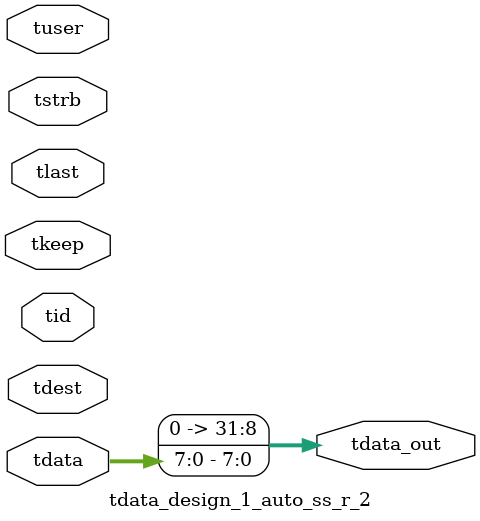
<source format=v>


`timescale 1ps/1ps

module tdata_design_1_auto_ss_r_2 #
(
parameter C_S_AXIS_TDATA_WIDTH = 32,
parameter C_S_AXIS_TUSER_WIDTH = 0,
parameter C_S_AXIS_TID_WIDTH   = 0,
parameter C_S_AXIS_TDEST_WIDTH = 0,
parameter C_M_AXIS_TDATA_WIDTH = 32
)
(
input  [(C_S_AXIS_TDATA_WIDTH == 0 ? 1 : C_S_AXIS_TDATA_WIDTH)-1:0     ] tdata,
input  [(C_S_AXIS_TUSER_WIDTH == 0 ? 1 : C_S_AXIS_TUSER_WIDTH)-1:0     ] tuser,
input  [(C_S_AXIS_TID_WIDTH   == 0 ? 1 : C_S_AXIS_TID_WIDTH)-1:0       ] tid,
input  [(C_S_AXIS_TDEST_WIDTH == 0 ? 1 : C_S_AXIS_TDEST_WIDTH)-1:0     ] tdest,
input  [(C_S_AXIS_TDATA_WIDTH/8)-1:0 ] tkeep,
input  [(C_S_AXIS_TDATA_WIDTH/8)-1:0 ] tstrb,
input                                                                    tlast,
output [C_M_AXIS_TDATA_WIDTH-1:0] tdata_out
);

assign tdata_out = {tdata[7:0]};

endmodule


</source>
